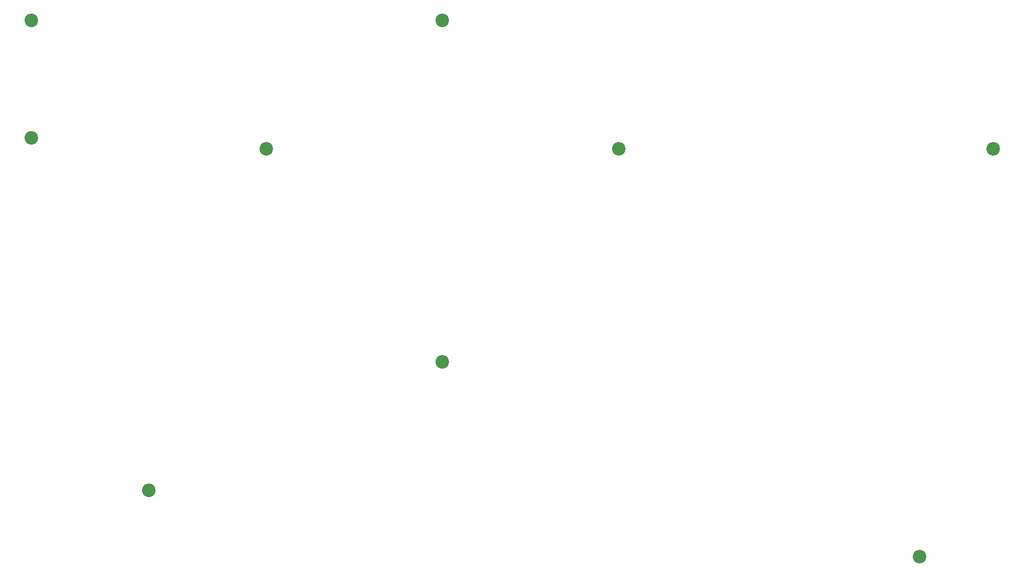
<source format=gbr>
G04 #@! TF.GenerationSoftware,KiCad,Pcbnew,(6.0.8)*
G04 #@! TF.CreationDate,2023-03-04T03:21:24+09:00*
G04 #@! TF.ProjectId,ma8ic_split_69_right_bottom_plate,6d613869-635f-4737-906c-69745f36395f,0.1*
G04 #@! TF.SameCoordinates,Original*
G04 #@! TF.FileFunction,Soldermask,Bot*
G04 #@! TF.FilePolarity,Negative*
%FSLAX46Y46*%
G04 Gerber Fmt 4.6, Leading zero omitted, Abs format (unit mm)*
G04 Created by KiCad (PCBNEW (6.0.8)) date 2023-03-04 03:21:24*
%MOMM*%
%LPD*%
G01*
G04 APERTURE LIST*
%ADD10C,2.200000*%
G04 APERTURE END LIST*
D10*
G04 #@! TO.C,*
X61912500Y-38100000D03*
G04 #@! TD*
G04 #@! TO.C,*
X217884490Y-58935947D03*
G04 #@! TD*
G04 #@! TO.C,*
X128586800Y-38099965D03*
G04 #@! TD*
G04 #@! TO.C,*
X61912500Y-57149965D03*
G04 #@! TD*
G04 #@! TO.C,*
X128587556Y-93464101D03*
G04 #@! TD*
G04 #@! TO.C,REF\u002A\u002A*
X100012532Y-58935947D03*
G04 #@! TD*
G04 #@! TO.C,REF\u002A\u002A*
X80962500Y-114300000D03*
G04 #@! TD*
G04 #@! TO.C,REF\u002A\u002A*
X157161920Y-58935947D03*
G04 #@! TD*
G04 #@! TO.C,REF\u002A\u002A*
X205978230Y-125015690D03*
G04 #@! TD*
M02*

</source>
